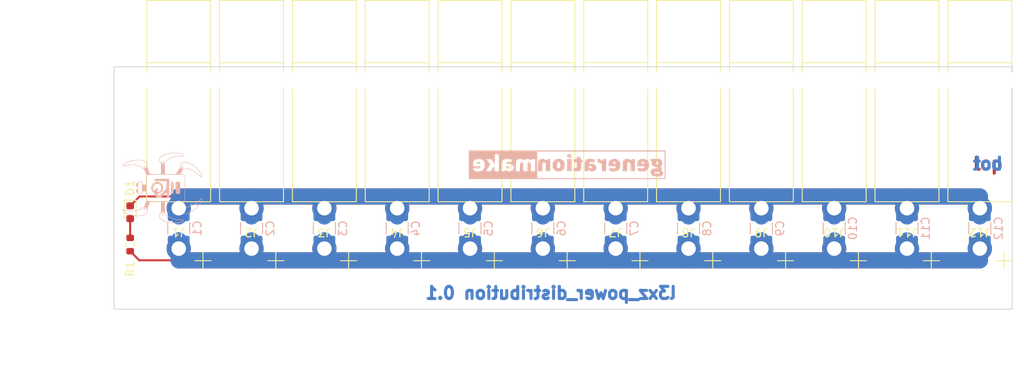
<source format=kicad_pcb>
(kicad_pcb (version 20211014) (generator pcbnew)
  (title_block (title "l3xz_power_distribution") (date "2023-03-29") (rev "0.1") (company "107-systems"))
  (layers (0 "F.Cu" signal) (31 "B.Cu" signal) (34 "B.Paste" user) (35 "F.Paste" user) (36 "B.SilkS" user "B.Silkscreen") (37 "F.SilkS" user "F.Silkscreen") (38 "B.Mask" user) (39 "F.Mask" user) (44 "Edge.Cuts" user))
  (net 0 "")
  (net 1 "+BATT")
  (net 2 "GND")
  (net 3 "Net-(D1-Pad2)")
  (footprint "generationmake:POWERPOLE_hor90_2" (layer "F.Cu") (at 181 100 180)
    (fp_text reference "J10" (at 0 -0.5 180 unlocked) (layer "F.SilkS"))
    (fp_text value "PowerPole_ver")
    (pad "" np_thru_hole circle (at -3.95 18.3 180) (size 2 2) (drill 2) (layers F&B.Cu *.Mask))
    (pad "" np_thru_hole circle (at 3.95 18.3 180) (size 2 2) (drill 2) (layers F&B.Cu *.Mask))
    (pad "1" thru_hole circle (at 0 -2.5 180) (size 3 3) (drill 1.8) (layers *.Cu *.Mask) (net 1 "+BATT"))
    (pad "2" thru_hole circle (at 0 2.5 180) (size 3 3) (drill 1.8) (layers *.Cu *.Mask) (net 2 "GND"))
  )
  (footprint "generationmake:POWERPOLE_hor90_2" (layer "F.Cu") (at 100 100 180)
    (fp_text reference "J1" (at 0 -0.5 180 unlocked) (layer "F.SilkS"))
    (fp_text value "PowerPole_ver")
    (pad "" np_thru_hole circle (at -3.95 18.3 180) (size 2 2) (drill 2) (layers F&B.Cu *.Mask))
    (pad "" np_thru_hole circle (at 3.95 18.3 180) (size 2 2) (drill 2) (layers F&B.Cu *.Mask))
    (pad "1" thru_hole circle (at 0 -2.5 180) (size 3 3) (drill 1.8) (layers *.Cu *.Mask) (net 1 "+BATT"))
    (pad "2" thru_hole circle (at 0 2.5 180) (size 3 3) (drill 1.8) (layers *.Cu *.Mask) (net 2 "GND"))
  )
  (footprint "LED_SMD:LED_0603_1608Metric" (layer "F.Cu") (at 94 98 -90)
    (fp_text reference "D1" (at -3 0 90) (layer "F.SilkS"))
    (fp_text value "LED_Small")
    (pad "1" smd roundrect (at -0.7875 0 270) (size 0.875 0.95) (layers "F.Cu" "F.Paste" "F.Mask") (net 2 "GND"))
    (pad "2" smd roundrect (at 0.7875 0 270) (size 0.875 0.95) (layers "F.Cu" "F.Paste" "F.Mask") (net 3 "Net-(D1-Pad2)"))
  )
  (footprint "generationmake:POWERPOLE_hor90_2" (layer "F.Cu") (at 145 100 180)
    (fp_text reference "J6" (at 0 -0.5 180 unlocked) (layer "F.SilkS"))
    (fp_text value "PowerPole_ver")
    (pad "" np_thru_hole circle (at -3.95 18.3 180) (size 2 2) (drill 2) (layers F&B.Cu *.Mask))
    (pad "" np_thru_hole circle (at 3.95 18.3 180) (size 2 2) (drill 2) (layers F&B.Cu *.Mask))
    (pad "1" thru_hole circle (at 0 -2.5 180) (size 3 3) (drill 1.8) (layers *.Cu *.Mask) (net 1 "+BATT"))
    (pad "2" thru_hole circle (at 0 2.5 180) (size 3 3) (drill 1.8) (layers *.Cu *.Mask) (net 2 "GND"))
  )
  (footprint "generationmake:POWERPOLE_hor90_2" (layer "F.Cu") (at 127 100 180)
    (fp_text reference "J4" (at 0 -0.5 180 unlocked) (layer "F.SilkS"))
    (fp_text value "PowerPole_ver")
    (pad "" np_thru_hole circle (at -3.95 18.3 180) (size 2 2) (drill 2) (layers F&B.Cu *.Mask))
    (pad "" np_thru_hole circle (at 3.95 18.3 180) (size 2 2) (drill 2) (layers F&B.Cu *.Mask))
    (pad "1" thru_hole circle (at 0 -2.5 180) (size 3 3) (drill 1.8) (layers *.Cu *.Mask) (net 1 "+BATT"))
    (pad "2" thru_hole circle (at 0 2.5 180) (size 3 3) (drill 1.8) (layers *.Cu *.Mask) (net 2 "GND"))
  )
  (footprint "generationmake:POWERPOLE_hor90_2" (layer "F.Cu") (at 199 100 180)
    (fp_text reference "J12" (at 0 -0.5 180 unlocked) (layer "F.SilkS"))
    (fp_text value "PowerPole_ver")
    (pad "" np_thru_hole circle (at 3.95 18.3 180) (size 2 2) (drill 2) (layers F&B.Cu *.Mask))
    (pad "" np_thru_hole circle (at -3.95 18.3 180) (size 2 2) (drill 2) (layers F&B.Cu *.Mask))
    (pad "1" thru_hole circle (at 0 -2.5 180) (size 3 3) (drill 1.8) (layers *.Cu *.Mask) (net 1 "+BATT"))
    (pad "2" thru_hole circle (at 0 2.5 180) (size 3 3) (drill 1.8) (layers *.Cu *.Mask) (net 2 "GND"))
  )
  (footprint "Resistor_SMD:R_0603_1608Metric" (layer "F.Cu") (at 94 102 90)
    (fp_text reference "R1" (at -3 0 90) (layer "F.SilkS"))
    (fp_text value "10k")
    (pad "1" smd roundrect (at -0.825 0 90) (size 0.8 0.95) (layers "F.Cu" "F.Paste" "F.Mask") (net 1 "+BATT"))
    (pad "2" smd roundrect (at 0.825 0 90) (size 0.8 0.95) (layers "F.Cu" "F.Paste" "F.Mask") (net 3 "Net-(D1-Pad2)"))
  )
  (footprint "generationmake:POWERPOLE_hor90_2" (layer "F.Cu") (at 190 100 180)
    (fp_text reference "J11" (at 0 -0.5 180 unlocked) (layer "F.SilkS"))
    (fp_text value "PowerPole_ver")
    (pad "" np_thru_hole circle (at 3.95 18.3 180) (size 2 2) (drill 2) (layers F&B.Cu *.Mask))
    (pad "" np_thru_hole circle (at -3.95 18.3 180) (size 2 2) (drill 2) (layers F&B.Cu *.Mask))
    (pad "1" thru_hole circle (at 0 -2.5 180) (size 3 3) (drill 1.8) (layers *.Cu *.Mask) (net 1 "+BATT"))
    (pad "2" thru_hole circle (at 0 2.5 180) (size 3 3) (drill 1.8) (layers *.Cu *.Mask) (net 2 "GND"))
  )
  (footprint "generationmake:POWERPOLE_hor90_2" (layer "F.Cu") (at 172 100 180)
    (fp_text reference "J9" (at 0 -0.5 180 unlocked) (layer "F.SilkS"))
    (fp_text value "PowerPole_ver")
    (pad "" np_thru_hole circle (at 3.95 18.3 180) (size 2 2) (drill 2) (layers F&B.Cu *.Mask))
    (pad "" np_thru_hole circle (at -3.95 18.3 180) (size 2 2) (drill 2) (layers F&B.Cu *.Mask))
    (pad "1" thru_hole circle (at 0 -2.5 180) (size 3 3) (drill 1.8) (layers *.Cu *.Mask) (net 1 "+BATT"))
    (pad "2" thru_hole circle (at 0 2.5 180) (size 3 3) (drill 1.8) (layers *.Cu *.Mask) (net 2 "GND"))
  )
  (footprint "generationmake:POWERPOLE_hor90_2" (layer "F.Cu") (at 163 100 180)
    (fp_text reference "J8" (at 0 -0.5 180 unlocked) (layer "F.SilkS"))
    (fp_text value "PowerPole_ver")
    (pad "" np_thru_hole circle (at -3.95 18.3 180) (size 2 2) (drill 2) (layers F&B.Cu *.Mask))
    (pad "" np_thru_hole circle (at 3.95 18.3 180) (size 2 2) (drill 2) (layers F&B.Cu *.Mask))
    (pad "1" thru_hole circle (at 0 -2.5 180) (size 3 3) (drill 1.8) (layers *.Cu *.Mask) (net 1 "+BATT"))
    (pad "2" thru_hole circle (at 0 2.5 180) (size 3 3) (drill 1.8) (layers *.Cu *.Mask) (net 2 "GND"))
  )
  (footprint "generationmake:POWERPOLE_hor90_2" (layer "F.Cu") (at 118 100 180)
    (fp_text reference "J3" (at 0 -0.5 180 unlocked) (layer "F.SilkS"))
    (fp_text value "PowerPole_ver")
    (pad "" np_thru_hole circle (at -3.95 18.3 180) (size 2 2) (drill 2) (layers F&B.Cu *.Mask))
    (pad "" np_thru_hole circle (at 3.95 18.3 180) (size 2 2) (drill 2) (layers F&B.Cu *.Mask))
    (pad "1" thru_hole circle (at 0 -2.5 180) (size 3 3) (drill 1.8) (layers *.Cu *.Mask) (net 1 "+BATT"))
    (pad "2" thru_hole circle (at 0 2.5 180) (size 3 3) (drill 1.8) (layers *.Cu *.Mask) (net 2 "GND"))
  )
  (footprint "generationmake:POWERPOLE_hor90_2" (layer "F.Cu") (at 109 100 180)
    (fp_text reference "J2" (at 0 -0.5 180 unlocked) (layer "F.SilkS"))
    (fp_text value "PowerPole_ver")
    (pad "" np_thru_hole circle (at 3.95 18.3 180) (size 2 2) (drill 2) (layers F&B.Cu *.Mask))
    (pad "" np_thru_hole circle (at -3.95 18.3 180) (size 2 2) (drill 2) (layers F&B.Cu *.Mask))
    (pad "1" thru_hole circle (at 0 -2.5 180) (size 3 3) (drill 1.8) (layers *.Cu *.Mask) (net 1 "+BATT"))
    (pad "2" thru_hole circle (at 0 2.5 180) (size 3 3) (drill 1.8) (layers *.Cu *.Mask) (net 2 "GND"))
  )
  (footprint "generationmake:POWERPOLE_hor90_2" (layer "F.Cu") (at 136 100 180)
    (fp_text reference "J5" (at 0 -0.5 180 unlocked) (layer "F.SilkS"))
    (fp_text value "PowerPole_ver")
    (pad "" np_thru_hole circle (at 3.95 18.3 180) (size 2 2) (drill 2) (layers F&B.Cu *.Mask))
    (pad "" np_thru_hole circle (at -3.95 18.3 180) (size 2 2) (drill 2) (layers F&B.Cu *.Mask))
    (pad "1" thru_hole circle (at 0 -2.5 180) (size 3 3) (drill 1.8) (layers *.Cu *.Mask) (net 1 "+BATT"))
    (pad "2" thru_hole circle (at 0 2.5 180) (size 3 3) (drill 1.8) (layers *.Cu *.Mask) (net 2 "GND"))
  )
  (footprint "generationmake:POWERPOLE_hor90_2" (layer "F.Cu") (at 154 100 180)
    (fp_text reference "J7" (at 0 -0.5 180 unlocked) (layer "F.SilkS"))
    (fp_text value "PowerPole_ver")
    (pad "" np_thru_hole circle (at -3.95 18.3 180) (size 2 2) (drill 2) (layers F&B.Cu *.Mask))
    (pad "" np_thru_hole circle (at 3.95 18.3 180) (size 2 2) (drill 2) (layers F&B.Cu *.Mask))
    (pad "1" thru_hole circle (at 0 -2.5 180) (size 3 3) (drill 1.8) (layers *.Cu *.Mask) (net 1 "+BATT"))
    (pad "2" thru_hole circle (at 0 2.5 180) (size 3 3) (drill 1.8) (layers *.Cu *.Mask) (net 2 "GND"))
  )
  (footprint "Capacitor_SMD:C_1210_3225Metric" (layer "B.Cu") (at 190 100 90)
    (fp_text reference "C11" (at 0 2.3 90) (layer "B.SilkS") (effects (justify mirror)))
    (fp_text value "10 uF 25 V")
    (pad "1" smd roundrect (at -1.475 0 90) (size 1.15 2.7) (layers "B.Cu" "B.Paste" "B.Mask") (roundrect_rratio 0.217391) (net 1 "+BATT"))
    (pad "2" smd roundrect (at 1.475 0 90) (size 1.15 2.7) (layers "B.Cu" "B.Paste" "B.Mask") (roundrect_rratio 0.217391) (net 2 "GND"))
  )
  (footprint "generationmake:l3xz_small_silk" (layer "B.Cu") (at 98 95 -90)
    (fp_text reference "L2" (at 0 0 90) (layer "B.SilkS") (effects (font (size 1.524 1.524) (thickness 0.3)) (justify mirror)))
    (fp_text value "Label" hide)
  )
  (footprint "Capacitor_SMD:C_1210_3225Metric" (layer "B.Cu") (at 118 100 90)
    (fp_text reference "C3" (at 0 2.3 90) (layer "B.SilkS") (effects (justify mirror)))
    (fp_text value "10 uF 25 V")
    (pad "1" smd roundrect (at -1.475 0 90) (size 1.15 2.7) (layers "B.Cu" "B.Paste" "B.Mask") (roundrect_rratio 0.217391) (net 1 "+BATT"))
    (pad "2" smd roundrect (at 1.475 0 90) (size 1.15 2.7) (layers "B.Cu" "B.Paste" "B.Mask") (roundrect_rratio 0.217391) (net 2 "GND"))
  )
  (footprint "Capacitor_SMD:C_1210_3225Metric" (layer "B.Cu") (at 199 100 90)
    (fp_text reference "C12" (at 0 2.3 90) (layer "B.SilkS") (effects (justify mirror)))
    (fp_text value "10 uF 25 V")
    (pad "1" smd roundrect (at -1.475 0 90) (size 1.15 2.7) (layers "B.Cu" "B.Paste" "B.Mask") (roundrect_rratio 0.217391) (net 1 "+BATT"))
    (pad "2" smd roundrect (at 1.475 0 90) (size 1.15 2.7) (layers "B.Cu" "B.Paste" "B.Mask") (roundrect_rratio 0.217391) (net 2 "GND"))
  )
  (footprint "Capacitor_SMD:C_1210_3225Metric" (layer "B.Cu") (at 127 100 90)
    (fp_text reference "C4" (at 0 2.3 90) (layer "B.SilkS") (effects (justify mirror)))
    (fp_text value "10 uF 25 V")
    (pad "1" smd roundrect (at -1.475 0 90) (size 1.15 2.7) (layers "B.Cu" "B.Paste" "B.Mask") (roundrect_rratio 0.217391) (net 1 "+BATT"))
    (pad "2" smd roundrect (at 1.475 0 90) (size 1.15 2.7) (layers "B.Cu" "B.Paste" "B.Mask") (roundrect_rratio 0.217391) (net 2 "GND"))
  )
  (footprint "Capacitor_SMD:C_1210_3225Metric" (layer "B.Cu") (at 136 100 90)
    (fp_text reference "C5" (at 0 2.3 90) (layer "B.SilkS") (effects (justify mirror)))
    (fp_text value "10 uF 25 V")
    (pad "1" smd roundrect (at -1.475 0 90) (size 1.15 2.7) (layers "B.Cu" "B.Paste" "B.Mask") (roundrect_rratio 0.217391) (net 1 "+BATT"))
    (pad "2" smd roundrect (at 1.475 0 90) (size 1.15 2.7) (layers "B.Cu" "B.Paste" "B.Mask") (roundrect_rratio 0.217391) (net 2 "GND"))
  )
  (footprint "Capacitor_SMD:C_1210_3225Metric" (layer "B.Cu") (at 145 100 90)
    (fp_text reference "C6" (at 0 2.3 90) (layer "B.SilkS") (effects (justify mirror)))
    (fp_text value "10 uF 25 V")
    (pad "1" smd roundrect (at -1.475 0 90) (size 1.15 2.7) (layers "B.Cu" "B.Paste" "B.Mask") (roundrect_rratio 0.217391) (net 1 "+BATT"))
    (pad "2" smd roundrect (at 1.475 0 90) (size 1.15 2.7) (layers "B.Cu" "B.Paste" "B.Mask") (roundrect_rratio 0.217391) (net 2 "GND"))
  )
  (footprint "Capacitor_SMD:C_1210_3225Metric" (layer "B.Cu") (at 109 100 90)
    (fp_text reference "C2" (at 0 2.3 90) (layer "B.SilkS") (effects (justify mirror)))
    (fp_text value "10 uF 25 V")
    (pad "1" smd roundrect (at -1.475 0 90) (size 1.15 2.7) (layers "B.Cu" "B.Paste" "B.Mask") (roundrect_rratio 0.217391) (net 1 "+BATT"))
    (pad "2" smd roundrect (at 1.475 0 90) (size 1.15 2.7) (layers "B.Cu" "B.Paste" "B.Mask") (roundrect_rratio 0.217391) (net 2 "GND"))
  )
  (footprint "Capacitor_SMD:C_1210_3225Metric" (layer "B.Cu") (at 100 100 90)
    (fp_text reference "C1" (at 0 2.3 90) (layer "B.SilkS") (effects (justify mirror)))
    (fp_text value "10 uF 25 V")
    (pad "1" smd roundrect (at -1.475 0 90) (size 1.15 2.7) (layers "B.Cu" "B.Paste" "B.Mask") (roundrect_rratio 0.217391) (net 1 "+BATT"))
    (pad "2" smd roundrect (at 1.475 0 90) (size 1.15 2.7) (layers "B.Cu" "B.Paste" "B.Mask") (roundrect_rratio 0.217391) (net 2 "GND"))
  )
  (footprint "Capacitor_SMD:C_1210_3225Metric" (layer "B.Cu") (at 163 100 90)
    (fp_text reference "C8" (at 0 2.3 90) (layer "B.SilkS") (effects (justify mirror)))
    (fp_text value "10 uF 25 V")
    (pad "1" smd roundrect (at -1.475 0 90) (size 1.15 2.7) (layers "B.Cu" "B.Paste" "B.Mask") (roundrect_rratio 0.217391) (net 1 "+BATT"))
    (pad "2" smd roundrect (at 1.475 0 90) (size 1.15 2.7) (layers "B.Cu" "B.Paste" "B.Mask") (roundrect_rratio 0.217391) (net 2 "GND"))
  )
  (footprint "Capacitor_SMD:C_1210_3225Metric" (layer "B.Cu") (at 154 100 90)
    (fp_text reference "C7" (at 0 2.3 90) (layer "B.SilkS") (effects (justify mirror)))
    (fp_text value "10 uF 25 V")
    (pad "1" smd roundrect (at -1.475 0 90) (size 1.15 2.7) (layers "B.Cu" "B.Paste" "B.Mask") (roundrect_rratio 0.217391) (net 1 "+BATT"))
    (pad "2" smd roundrect (at 1.475 0 90) (size 1.15 2.7) (layers "B.Cu" "B.Paste" "B.Mask") (roundrect_rratio 0.217391) (net 2 "GND"))
  )
  (footprint "Capacitor_SMD:C_1210_3225Metric" (layer "B.Cu") (at 181 100 90)
    (fp_text reference "C10" (at 0 2.3 90) (layer "B.SilkS") (effects (justify mirror)))
    (fp_text value "10 uF 25 V")
    (pad "1" smd roundrect (at -1.475 0 90) (size 1.15 2.7) (layers "B.Cu" "B.Paste" "B.Mask") (roundrect_rratio 0.217391) (net 1 "+BATT"))
    (pad "2" smd roundrect (at 1.475 0 90) (size 1.15 2.7) (layers "B.Cu" "B.Paste" "B.Mask") (roundrect_rratio 0.217391) (net 2 "GND"))
  )
  (footprint "generationmake:generationmake_logo" (layer "B.Cu") (at 148.0381 97.3954 180)
    (fp_text reference "L1" hide)
    (fp_text value "Label" hide)
  )
  (footprint "Capacitor_SMD:C_1210_3225Metric" (layer "B.Cu") (at 172 100 90)
    (fp_text reference "C9" (at 0 2.3 90) (layer "B.SilkS") (effects (justify mirror)))
    (fp_text value "10 uF 25 V")
    (pad "1" smd roundrect (at -1.475 0 90) (size 1.15 2.7) (layers "B.Cu" "B.Paste" "B.Mask") (roundrect_rratio 0.217391) (net 1 "+BATT"))
    (pad "2" smd roundrect (at 1.475 0 90) (size 1.15 2.7) (layers "B.Cu" "B.Paste" "B.Mask") (roundrect_rratio 0.217391) (net 2 "GND"))
  )
  (gr_line (start 92 80) (end 203 80) (layer "Edge.Cuts") (width 0.1))
  (gr_line (start 203 110) (end 92 110) (layer "Edge.Cuts") (width 0.1))
  (gr_line (start 92 110) (end 92 80) (layer "Edge.Cuts") (width 0.1))
  (gr_line (start 203 80) (end 203 110) (layer "Edge.Cuts") (width 0.1))
  (gr_text "top" (at 200 92) (layer "F.Cu") (effects (font (size 1.5 1.5) (thickness 0.375))))
  (gr_text "l3xz_power_distribution 0.1" (at 146 108) (layer "B.Cu") (effects (font (size 1.5 1.5) (thickness 0.375)) (justify mirror)))
  (gr_text "bot" (at 200 92) (layer "B.Cu") (effects (font (size 1.5 1.5) (thickness 0.375)) (justify mirror)))
  (segment (start 95.125 103.95) (end 100 103.95) (width 0.25) (layer "F.Cu") (net 1))
  (segment (start 163 103.95) (end 154 103.95) (width 2) (layer "F.Cu") (net 1))
  (segment (start 199 103.95) (end 190 103.95) (width 2) (layer "F.Cu") (net 1))
  (segment (start 94 102.825) (end 95.125 103.95) (width 0.25) (layer "F.Cu") (net 1))
  (segment (start 127 103.95) (end 118 103.95) (width 2) (layer "F.Cu") (net 1))
  (segment (start 118 103.95) (end 109 103.95) (width 2) (layer "F.Cu") (net 1))
  (segment (start 109 103.95) (end 100 103.95) (width 2) (layer "F.Cu") (net 1))
  (segment (start 190 103.95) (end 181 103.95) (width 2) (layer "F.Cu") (net 1))
  (segment (start 154 103.95) (end 145 103.95) (width 2) (layer "F.Cu") (net 1))
  (segment (start 136 103.95) (end 127 103.95) (width 2) (layer "F.Cu") (net 1))
  (segment (start 145 103.95) (end 136 103.95) (width 2) (layer "F.Cu") (net 1))
  (segment (start 181 103.95) (end 172 103.95) (width 2) (layer "F.Cu") (net 1))
  (segment (start 172 103.95) (end 163 103.95) (width 2) (layer "F.Cu") (net 1))
  (segment (start 199 101.475) (end 199 103.95) (width 2) (layer "B.Cu") (net 1))
  (segment (start 100 101.475) (end 100 103.95) (width 2) (layer "B.Cu") (net 1))
  (segment locked (start 145 103.95) (end 154 103.95) (width 2) (layer "B.Cu") (net 1))
  (segment (start 172 101.475) (end 172 103.95) (width 2) (layer "B.Cu") (net 1))
  (segment locked (start 181 103.95) (end 172 103.95) (width 2) (layer "B.Cu") (net 1))
  (segment locked (start 154 103.95) (end 163 103.95) (width 2) (layer "B.Cu") (net 1))
  (segment (start 109 101.475) (end 109 103.95) (width 2) (layer "B.Cu") (net 1))
  (segment (start 145 101.475) (end 145 103.95) (width 2) (layer "B.Cu") (net 1))
  (segment (start 118 101.475) (end 118 103.95) (width 2) (layer "B.Cu") (net 1))
  (segment (start 181 101.475) (end 181 103.95) (width 2) (layer "B.Cu") (net 1))
  (segment (start 190 101.475) (end 190 103.95) (width 2) (layer "B.Cu") (net 1))
  (segment locked (start 199 103.95) (end 190 103.95) (width 2) (layer "B.Cu") (net 1))
  (segment (start 136 101.475) (end 136 103.95) (width 2) (layer "B.Cu") (net 1))
  (segment (start 154 101.475) (end 154 103.95) (width 2) (layer "B.Cu") (net 1))
  (segment locked (start 118 103.95) (end 127 103.95) (width 2) (layer "B.Cu") (net 1))
  (segment locked (start 100 103.95) (end 109 103.95) (width 2) (layer "B.Cu") (net 1))
  (segment locked (start 190 103.95) (end 181 103.95) (width 2) (layer "B.Cu") (net 1))
  (segment (start 163 101.475) (end 163 103.95) (width 2) (layer "B.Cu") (net 1))
  (segment locked (start 136 103.95) (end 145 103.95) (width 2) (layer "B.Cu") (net 1))
  (segment locked (start 127 103.95) (end 136 103.95) (width 2) (layer "B.Cu") (net 1))
  (segment (start 127 101.475) (end 127 103.95) (width 2) (layer "B.Cu") (net 1))
  (segment locked (start 172 103.95) (end 163 103.95) (width 2) (layer "B.Cu") (net 1))
  (segment locked (start 109 103.95) (end 118 103.95) (width 2) (layer "B.Cu") (net 1))
  (segment (start 190 96.05) (end 181 96.05) (width 2) (layer "F.Cu") (net 2))
  (segment (start 118 96.05) (end 109 96.05) (width 2) (layer "F.Cu") (net 2))
  (segment (start 95.1625 96.05) (end 100 96.05) (width 0.25) (layer "F.Cu") (net 2))
  (segment (start 145 96.05) (end 136 96.05) (width 2) (layer "F.Cu") (net 2))
  (segment (start 154 96.05) (end 145 96.05) (width 2) (layer "F.Cu") (net 2))
  (segment (start 199 96.05) (end 190 96.05) (width 2) (layer "F.Cu") (net 2))
  (segment (start 172 96.05) (end 163 96.05) (width 2) (layer "F.Cu") (net 2))
  (segment (start 163 96.05) (end 154 96.05) (width 2) (layer "F.Cu") (net 2))
  (segment (start 136 96.05) (end 127 96.05) (width 2) (layer "F.Cu") (net 2))
  (segment (start 94 97.2125) (end 95.1625 96.05) (width 0.25) (layer "F.Cu") (net 2))
  (segment (start 109 96.05) (end 100 96.05) (width 2) (layer "F.Cu") (net 2))
  (segment (start 127 96.05) (end 118 96.05) (width 2) (layer "F.Cu") (net 2))
  (segment (start 181 96.05) (end 172 96.05) (width 2) (layer "F.Cu") (net 2))
  (segment locked (start 136 96.05) (end 127 96.05) (width 2) (layer "B.Cu") (net 2))
  (segment (start 136 98.525) (end 136 96.05) (width 2) (layer "B.Cu") (net 2))
  (segment locked (start 172 96.05) (end 181 96.05) (width 2) (layer "B.Cu") (net 2))
  (segment (start 127 98.525) (end 127 96.05) (width 2) (layer "B.Cu") (net 2))
  (segment locked (start 127 96.05) (end 118 96.05) (width 2) (layer "B.Cu") (net 2))
  (segment (start 163 98.525) (end 163 96.05) (width 2) (layer "B.Cu") (net 2))
  (segment locked (start 172 96.05) (end 163 96.05) (width 2) (layer "B.Cu") (net 2))
  (segment locked (start 145 96.05) (end 136 96.05) (width 2) (layer "B.Cu") (net 2))
  (segment (start 118 98.525) (end 118 96.05) (width 2) (layer "B.Cu") (net 2))
  (segment (start 172 98.525) (end 172 96.05) (width 2) (layer "B.Cu") (net 2))
  (segment locked (start 163 96.05) (end 154 96.05) (width 2) (layer "B.Cu") (net 2))
  (segment (start 154 98.525) (end 154 96.05) (width 2) (layer "B.Cu") (net 2))
  (segment locked (start 118 96.05) (end 109 96.05) (width 2) (layer "B.Cu") (net 2))
  (segment (start 199 98.525) (end 199 96.05) (width 2) (layer "B.Cu") (net 2))
  (segment locked (start 154 96.05) (end 145 96.05) (width 2) (layer "B.Cu") (net 2))
  (segment (start 109 98.525) (end 109 96.05) (width 2) (layer "B.Cu") (net 2))
  (segment (start 181 96.05) (end 190 96.05) (width 2) (layer "B.Cu") (net 2))
  (segment (start 190 96.05) (end 199 96.05) (width 2) (layer "B.Cu") (net 2))
  (segment (start 100 98.525) (end 100 96.05) (width 2) (layer "B.Cu") (net 2))
  (segment (start 190 98.525) (end 190 96.05) (width 2) (layer "B.Cu") (net 2))
  (segment locked (start 109 96.05) (end 100 96.05) (width 2) (layer "B.Cu") (net 2))
  (segment (start 181 98.525) (end 181 96.05) (width 2) (layer "B.Cu") (net 2))
  (segment (start 145 98.525) (end 145 96.05) (width 2) (layer "B.Cu") (net 2))
  (segment (start 94 101.175) (end 94 98.7875) (width 0.25) (layer "F.Cu") (net 3))
)
</source>
